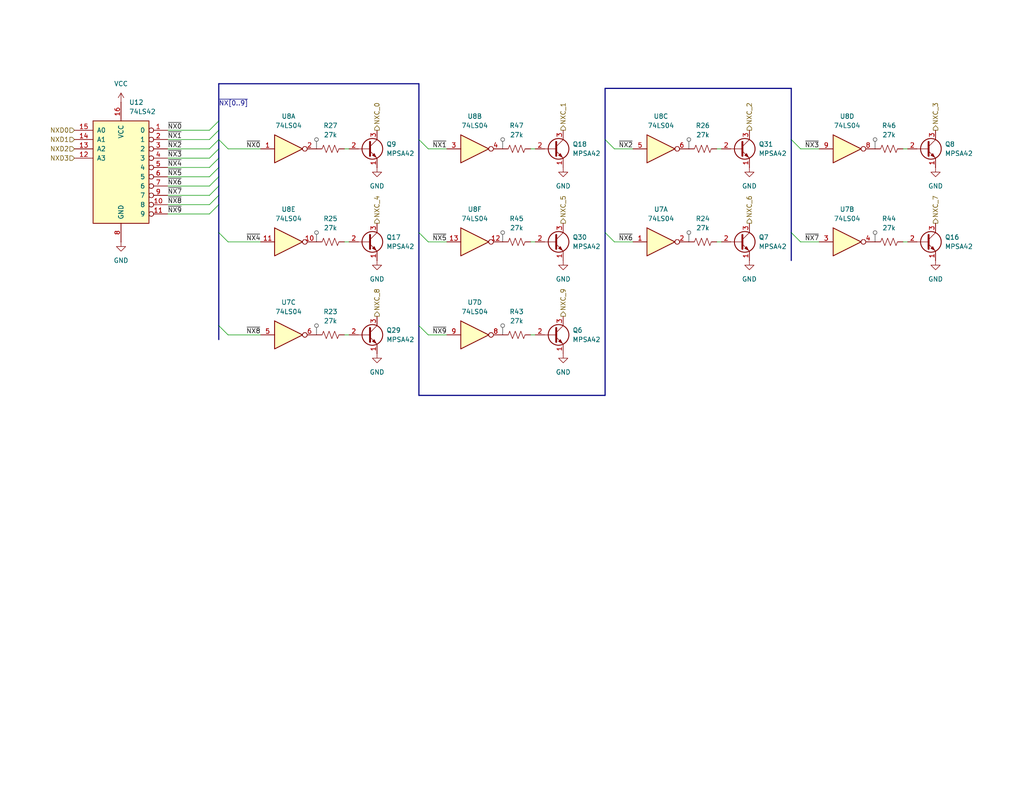
<source format=kicad_sch>
(kicad_sch (version 20250114) (generator "eeschema") (generator_version "9.0")
  (paper "USLetter")
  (title_block (title "TTL Calculator Display Driver") (date "2025-02-14") (rev "A"))
  (lib_symbols
    (symbol "74xx:74LS04"
      (property "Reference" "U" (at 0 1.27 0))
      (property "Value" "74LS04" (at 0 -1.27 0))
      (symbol "74LS04_1_0"
        (polyline (pts (xy -3.81 3.81) (xy -3.81 -3.81) (xy 3.81 0) (xy -3.81 3.81)) (stroke (width 0.254)) (fill (type background)))
        (pin input line (at -7.62 0 0) (length 3.81) (name "~") (number "1"))
        (pin output inverted (at 7.62 0 180) (length 3.81) (name "~") (number "2"))
      )
      (symbol "74LS04_2_0"
        (polyline (pts (xy -3.81 3.81) (xy -3.81 -3.81) (xy 3.81 0) (xy -3.81 3.81)) (stroke (width 0.254)) (fill (type background)))
        (pin input line (at -7.62 0 0) (length 3.81) (name "~") (number "3"))
        (pin output inverted (at 7.62 0 180) (length 3.81) (name "~") (number "4"))
      )
      (symbol "74LS04_3_0"
        (polyline (pts (xy -3.81 3.81) (xy -3.81 -3.81) (xy 3.81 0) (xy -3.81 3.81)) (stroke (width 0.254)) (fill (type background)))
        (pin input line (at -7.62 0 0) (length 3.81) (name "~") (number "5"))
        (pin output inverted (at 7.62 0 180) (length 3.81) (name "~") (number "6"))
      )
      (symbol "74LS04_4_0"
        (polyline (pts (xy -3.81 3.81) (xy -3.81 -3.81) (xy 3.81 0) (xy -3.81 3.81)) (stroke (width 0.254)) (fill (type background)))
        (pin input line (at -7.62 0 0) (length 3.81) (name "~") (number "9"))
        (pin output inverted (at 7.62 0 180) (length 3.81) (name "~") (number "8"))
      )
      (symbol "74LS04_5_0"
        (polyline (pts (xy -3.81 3.81) (xy -3.81 -3.81) (xy 3.81 0) (xy -3.81 3.81)) (stroke (width 0.254)) (fill (type background)))
        (pin input line (at -7.62 0 0) (length 3.81) (name "~") (number "11"))
        (pin output inverted (at 7.62 0 180) (length 3.81) (name "~") (number "10"))
      )
      (symbol "74LS04_6_0"
        (polyline (pts (xy -3.81 3.81) (xy -3.81 -3.81) (xy 3.81 0) (xy -3.81 3.81)) (stroke (width 0.254)) (fill (type background)))
        (pin input line (at -7.62 0 0) (length 3.81) (name "~") (number "13"))
        (pin output inverted (at 7.62 0 180) (length 3.81) (name "~") (number "12"))
      )
      (symbol "74LS04_7_0"
        (pin power_in line (at 0 12.7 270) (length 5.08) (name "VCC") (number "14"))
        (pin power_in line (at 0 -12.7 90) (length 5.08) (name "GND") (number "7"))
      )
      (symbol "74LS04_7_1"
        (rectangle (start -5.08 7.62) (end 5.08 -7.62) (stroke (width 0.254)) (fill (type background)))
      )
    )
    (symbol "74xx:74LS42" (pin_names (offset 1.016))
      (property "Reference" "U" (at -7.62 13.97 0))
      (property "Value" "74LS42" (at -7.62 -16.51 0))
      (symbol "74LS42_1_0"
        (pin input line (at -12.7 10.16 0) (length 5.08) (name "A0") (number "15"))
        (pin input line (at -12.7 7.62 0) (length 5.08) (name "A1") (number "14"))
        (pin input line (at -12.7 5.08 0) (length 5.08) (name "A2") (number "13"))
        (pin input line (at -12.7 2.54 0) (length 5.08) (name "A3") (number "12"))
        (pin power_in line (at 0 17.78 270) (length 5.08) (name "VCC") (number "16"))
        (pin power_in line (at 0 -20.32 90) (length 5.08) (name "GND") (number "8"))
        (pin output inverted (at 12.7 10.16 180) (length 5.08) (name "0") (number "1"))
        (pin output inverted (at 12.7 7.62 180) (length 5.08) (name "1") (number "2"))
        (pin output inverted (at 12.7 5.08 180) (length 5.08) (name "2") (number "3"))
        (pin output inverted (at 12.7 2.54 180) (length 5.08) (name "3") (number "4"))
        (pin output inverted (at 12.7 0 180) (length 5.08) (name "4") (number "5"))
        (pin output inverted (at 12.7 -2.54 180) (length 5.08) (name "5") (number "6"))
        (pin output inverted (at 12.7 -5.08 180) (length 5.08) (name "6") (number "7"))
        (pin output inverted (at 12.7 -7.62 180) (length 5.08) (name "7") (number "9"))
        (pin output inverted (at 12.7 -10.16 180) (length 5.08) (name "8") (number "10"))
        (pin output inverted (at 12.7 -12.7 180) (length 5.08) (name "9") (number "11"))
      )
      (symbol "74LS42_1_1"
        (rectangle (start -7.62 12.7) (end 7.62 -15.24) (stroke (width 0.254)) (fill (type background)))
      )
    )
    (symbol "Device:R_US" (pin_numbers (hide yes)) (pin_names (offset 0))
      (property "Reference" "R" (at 2.54 0 90))
      (property "Value" "R_US" (at -2.54 0 90))
      (symbol "R_US_0_1"
        (polyline (pts (xy 0 2.286) (xy 0 2.54)))
        (polyline (pts (xy 0 2.286) (xy 1.016 1.905) (xy 0 1.524) (xy -1.016 1.143) (xy 0 0.762)))
        (polyline (pts (xy 0 0.762) (xy 1.016 0.381) (xy 0 0) (xy -1.016 -0.381) (xy 0 -0.762)))
        (polyline (pts (xy 0 -0.762) (xy 1.016 -1.143) (xy 0 -1.524) (xy -1.016 -1.905) (xy 0 -2.286)))
        (polyline (pts (xy 0 -2.286) (xy 0 -2.54)))
      )
      (symbol "R_US_1_1"
        (pin passive line (at 0 3.81 270) (length 1.27) (name "~") (number "1"))
        (pin passive line (at 0 -3.81 90) (length 1.27) (name "~") (number "2"))
      )
    )
    (symbol "Transistor_BJT:MPSA42" (pin_names (offset 0) (hide yes))
      (property "Reference" "Q" (at 5.08 1.905 0))
      (property "Value" "MPSA42" (at 5.08 0 0))
      (symbol "MPSA42_0_1"
        (polyline (pts (xy -2.54 0) (xy 0.635 0)))
        (polyline (pts (xy 0.635 1.905) (xy 0.635 -1.905)) (stroke (width 0.508)))
        (circle (center 1.27 0) (radius 2.8194) (stroke (width 0.254)))
      )
      (symbol "MPSA42_1_1"
        (polyline (pts (xy 0.635 0.635) (xy 2.54 2.54)))
        (polyline (pts (xy 0.635 -0.635) (xy 2.54 -2.54)))
        (polyline (pts (xy 1.27 -1.778) (xy 1.778 -1.27) (xy 2.286 -2.286) (xy 1.27 -1.778)) (fill (type outline)))
        (pin input line (at -5.08 0 0) (length 2.54) (name "B") (number "2"))
        (pin passive line (at 2.54 5.08 270) (length 2.54) (name "C") (number "3"))
        (pin passive line (at 2.54 -5.08 90) (length 2.54) (name "E") (number "1"))
      )
    )
    (symbol "power:GND" (power) (pin_numbers (hide yes)) (pin_names (offset 0) (hide yes))
      (property "Value" "GND" (at 0 -3.81 0))
      (symbol "GND_0_1"
        (polyline (pts (xy 0 0) (xy 0 -1.27) (xy 1.27 -1.27) (xy 0 -2.54) (xy -1.27 -1.27) (xy 0 -1.27)))
      )
      (symbol "GND_1_1"
        (pin power_in line (at 0 0 270) (length 0) (name "~") (number "1"))
      )
    )
    (symbol "power:VCC" (power) (pin_numbers (hide yes)) (pin_names (offset 0) (hide yes))
      (property "Value" "VCC" (at 0 3.556 0))
      (symbol "VCC_0_1"
        (polyline (pts (xy -0.762 1.27) (xy 0 2.54)))
        (polyline (pts (xy 0 2.54) (xy 0.762 1.27)))
        (polyline (pts (xy 0 0) (xy 0 2.54)))
      )
      (symbol "VCC_1_1"
        (pin power_in line (at 0 0 90) (length 0) (name "~") (number "1"))
      )
    )
  )
  (bus_entry (at 59.69 63.5) (size 2.54 2.54))
  (bus_entry (at 59.69 35.56) (size -2.54 2.54))
  (bus_entry (at 59.69 53.34) (size -2.54 2.54))
  (bus_entry (at 59.69 43.18) (size -2.54 2.54))
  (bus_entry (at 114.3 88.9) (size 2.54 2.54))
  (bus_entry (at 59.69 55.88) (size -2.54 2.54))
  (bus_entry (at 59.69 38.1) (size -2.54 2.54))
  (bus_entry (at 59.69 48.26) (size -2.54 2.54))
  (bus_entry (at 59.69 38.1) (size 2.54 2.54))
  (bus_entry (at 215.9 63.5) (size 2.54 2.54))
  (bus_entry (at 114.3 63.5) (size 2.54 2.54))
  (bus_entry (at 59.69 40.64) (size -2.54 2.54))
  (bus_entry (at 165.1 38.1) (size 2.54 2.54))
  (bus_entry (at 165.1 63.5) (size 2.54 2.54))
  (bus_entry (at 114.3 38.1) (size 2.54 2.54))
  (bus_entry (at 215.9 38.1) (size 2.54 2.54))
  (bus_entry (at 59.69 88.9) (size 2.54 2.54))
  (bus_entry (at 59.69 45.72) (size -2.54 2.54))
  (bus_entry (at 59.69 50.8) (size -2.54 2.54))
  (bus_entry (at 59.69 33.02) (size -2.54 2.54))
  (bus (pts (xy 114.3 38.1) (xy 114.3 63.5)))
  (bus (pts (xy 59.69 55.88) (xy 59.69 53.34)))
  (wire (pts (xy 144.78 66.04) (xy 146.05 66.04)))
  (wire (pts (xy 116.84 66.04) (xy 121.92 66.04)))
  (wire (pts (xy 45.72 45.72) (xy 57.15 45.72)))
  (bus (pts (xy 165.1 24.13) (xy 215.9 24.13)))
  (bus (pts (xy 59.69 88.9) (xy 59.69 92.71)))
  (wire (pts (xy 246.38 66.04) (xy 247.65 66.04)))
  (wire (pts (xy 45.72 55.88) (xy 57.15 55.88)))
  (wire (pts (xy 195.58 66.04) (xy 196.85 66.04)))
  (wire (pts (xy 218.44 66.04) (xy 223.52 66.04)))
  (wire (pts (xy 167.64 40.64) (xy 172.72 40.64)))
  (wire (pts (xy 116.84 40.64) (xy 121.92 40.64)))
  (bus (pts (xy 114.3 22.86) (xy 114.3 38.1)))
  (wire (pts (xy 195.58 40.64) (xy 196.85 40.64)))
  (wire (pts (xy 167.64 66.04) (xy 172.72 66.04)))
  (bus (pts (xy 165.1 107.95) (xy 165.1 63.5)))
  (bus (pts (xy 59.69 38.1) (xy 59.69 35.56)))
  (wire (pts (xy 62.23 66.04) (xy 71.12 66.04)))
  (wire (pts (xy 93.98 91.44) (xy 95.25 91.44)))
  (wire (pts (xy 246.38 40.64) (xy 247.65 40.64)))
  (bus (pts (xy 59.69 22.86) (xy 59.69 33.02)))
  (wire (pts (xy 45.72 35.56) (xy 57.15 35.56)))
  (bus (pts (xy 59.69 35.56) (xy 59.69 33.02)))
  (bus (pts (xy 59.69 40.64) (xy 59.69 38.1)))
  (bus (pts (xy 165.1 63.5) (xy 165.1 38.1)))
  (wire (pts (xy 45.72 58.42) (xy 57.15 58.42)))
  (bus (pts (xy 59.69 43.18) (xy 59.69 40.64)))
  (wire (pts (xy 45.72 53.34) (xy 57.15 53.34)))
  (wire (pts (xy 62.23 40.64) (xy 71.12 40.64)))
  (bus (pts (xy 59.69 50.8) (xy 59.69 48.26)))
  (bus (pts (xy 59.69 22.86) (xy 114.3 22.86)))
  (wire (pts (xy 45.72 38.1) (xy 57.15 38.1)))
  (wire (pts (xy 93.98 66.04) (xy 95.25 66.04)))
  (bus (pts (xy 215.9 24.13) (xy 215.9 38.1)))
  (wire (pts (xy 45.72 40.64) (xy 57.15 40.64)))
  (bus (pts (xy 59.69 63.5) (xy 59.69 88.9)))
  (bus (pts (xy 114.3 88.9) (xy 114.3 107.95)))
  (bus (pts (xy 215.9 38.1) (xy 215.9 63.5)))
  (bus (pts (xy 59.69 53.34) (xy 59.69 50.8)))
  (bus (pts (xy 165.1 38.1) (xy 165.1 24.13)))
  (wire (pts (xy 45.72 48.26) (xy 57.15 48.26)))
  (wire (pts (xy 218.44 40.64) (xy 223.52 40.64)))
  (wire (pts (xy 144.78 91.44) (xy 146.05 91.44)))
  (bus (pts (xy 114.3 63.5) (xy 114.3 88.9)))
  (bus (pts (xy 114.3 107.95) (xy 165.1 107.95)))
  (wire (pts (xy 62.23 91.44) (xy 71.12 91.44)))
  (wire (pts (xy 45.72 43.18) (xy 57.15 43.18)))
  (bus (pts (xy 59.69 45.72) (xy 59.69 43.18)))
  (wire (pts (xy 93.98 40.64) (xy 95.25 40.64)))
  (bus (pts (xy 59.69 55.88) (xy 59.69 63.5)))
  (wire (pts (xy 144.78 40.64) (xy 146.05 40.64)))
  (bus (pts (xy 215.9 63.5) (xy 215.9 71.12)))
  (wire (pts (xy 45.72 50.8) (xy 57.15 50.8)))
  (bus (pts (xy 59.69 48.26) (xy 59.69 45.72)))
  (wire (pts (xy 116.84 91.44) (xy 121.92 91.44)))
  (label "~{NX4}" (at 71.12 66.04 180))
  (label "~{NX7}" (at 45.72 53.34 0))
  (label "~{NX1}" (at 45.72 38.1 0))
  (label "~{NX0}" (at 45.72 35.56 0))
  (label "~{NX6}" (at 172.72 66.04 180))
  (label "~{NX1}" (at 121.92 40.64 180))
  (label "~{NX4}" (at 45.72 45.72 0))
  (label "~{NX5}" (at 121.92 66.04 180))
  (label "~{NX3}" (at 223.52 40.64 180))
  (label "~{NX[0..9]}" (at 59.69 29.21 0))
  (label "~{NX8}" (at 71.12 91.44 180))
  (label "~{NX9}" (at 121.92 91.44 180))
  (label "~{NX9}" (at 45.72 58.42 0))
  (label "~{NX5}" (at 45.72 48.26 0))
  (label "~{NX2}" (at 172.72 40.64 180))
  (label "~{NX7}" (at 223.52 66.04 180))
  (label "~{NX0}" (at 71.12 40.64 180))
  (label "~{NX8}" (at 45.72 55.88 0))
  (label "~{NX2}" (at 45.72 40.64 0))
  (label "~{NX6}" (at 45.72 50.8 0))
  (label "~{NX3}" (at 45.72 43.18 0))
  (hierarchical_label "NXD0" (shape input) (at 20.32 35.56 180))
  (hierarchical_label "NXC_3" (shape output) (at 255.27 35.56 90))
  (hierarchical_label "NXC_6" (shape output) (at 204.47 60.96 90))
  (hierarchical_label "NXC_8" (shape output) (at 102.87 86.36 90))
  (hierarchical_label "NXC_4" (shape output) (at 102.87 60.96 90))
  (hierarchical_label "NXC_2" (shape output) (at 204.47 35.56 90))
  (hierarchical_label "NXD3" (shape input) (at 20.32 43.18 180))
  (hierarchical_label "NXC_9" (shape output) (at 153.67 86.36 90))
  (hierarchical_label "NXC_0" (shape output) (at 102.87 35.56 90))
  (hierarchical_label "NXD2" (shape input) (at 20.32 40.64 180))
  (hierarchical_label "NXD1" (shape input) (at 20.32 38.1 180))
  (hierarchical_label "NXC_7" (shape output) (at 255.27 60.96 90))
  (hierarchical_label "NXC_5" (shape output) (at 153.67 60.96 90))
  (hierarchical_label "NXC_1" (shape output) (at 153.67 35.56 90))
  (netclass_flag "" (length 2.54) (shape round) (at 238.76 66.04 0) (property "Netclass" "Logic" (effects (hide yes))))
  (netclass_flag "" (length 2.54) (shape round) (at 187.96 40.64 0) (property "Netclass" "Logic" (effects (hide yes))))
  (netclass_flag "" (length 2.54) (shape round) (at 137.16 66.04 0) (property "Netclass" "Logic" (effects (hide yes))))
  (netclass_flag "" (length 2.54) (shape round) (at 86.36 66.04 0) (property "Netclass" "Logic" (effects (hide yes))))
  (netclass_flag "" (length 2.54) (shape round) (at 137.16 40.64 0) (property "Netclass" "Logic" (effects (hide yes))))
  (netclass_flag "" (length 2.54) (shape round) (at 86.36 91.44 0) (property "Netclass" "Logic" (effects (hide yes))))
  (netclass_flag "" (length 2.54) (shape round) (at 238.76 40.64 0) (property "Netclass" "Logic" (effects (hide yes))))
  (netclass_flag "" (length 2.54) (shape round) (at 187.96 66.04 0) (property "Netclass" "Logic" (effects (hide yes))))
  (netclass_flag "" (length 2.54) (shape round) (at 86.36 40.64 0) (property "Netclass" "Logic" (effects (hide yes))))
  (netclass_flag "" (length 2.54) (shape round) (at 137.16 91.44 0) (property "Netclass" "Logic" (effects (hide yes))))
  (symbol (lib_id "74xx:74LS04") (at 78.74 66.04 0) (unit 5)
    (property "Reference" "U8" (at 78.74 57.15 0))
    (property "Value" "74LS04" (at 78.74 59.69 0))
    (property "Footprint" "Package_DIP:DIP-14_W7.62mm" (effects (hide yes)))
    (property "Datasheet" "http://www.ti.com/lit/gpn/sn74LS04" (effects (hide yes)))
    (property "Description" "Hex Inverter" (effects (hide yes)))
  )
  (symbol (lib_id "Device:R_US") (at 191.77 40.64 90) (unit 1)
    (property "Reference" "R26" (at 191.77 34.29 90))
    (property "Value" "27k" (at 191.77 36.83 90))
    (property "Footprint" "Resistor_THT:R_Axial_DIN0207_L6.3mm_D2.5mm_P7.62mm_Horizontal" (effects (hide yes)))
    (property "Description" "Resistor, US symbol" (effects (hide yes)))
  )
  (symbol (lib_id "Device:R_US") (at 90.17 66.04 90) (unit 1)
    (property "Reference" "R25" (at 90.17 59.69 90))
    (property "Value" "27k" (at 90.17 62.23 90))
    (property "Footprint" "Resistor_THT:R_Axial_DIN0207_L6.3mm_D2.5mm_P7.62mm_Horizontal" (effects (hide yes)))
    (property "Description" "Resistor, US symbol" (effects (hide yes)))
  )
  (symbol (lib_id "74xx:74LS42") (at 33.02 45.72 0) (unit 1)
    (property "Reference" "U12" (at 35.2141 27.94 0) (effects (justify left)))
    (property "Value" "74LS42" (at 35.2141 30.48 0) (effects (justify left)))
    (property "Footprint" "Package_DIP:DIP-16_W7.62mm" (effects (hide yes)))
    (property "Datasheet" "http://www.ti.com/lit/gpn/sn74LS42" (effects (hide yes)))
    (property "Description" "4 to 10 line Decoder" (effects (hide yes)))
  )
  (symbol (lib_id "Transistor_BJT:MPSA42") (at 151.13 91.44 0) (unit 1)
    (property "Reference" "Q6" (at 156.21 90.1699 0) (effects (justify left)))
    (property "Value" "MPSA42" (at 156.21 92.7099 0) (effects (justify left)))
    (property "Footprint" "Package_TO_SOT_THT:TO-92_Inline_Wide" (effects (hide yes)))
    (property "Datasheet" "http://www.onsemi.com/pub_link/Collateral/MPSA42-D.PDF" (effects (hide yes)))
    (property "Description" "0.5A Ic, 300V Vce, NPN High Voltage Transistor, TO-92" (effects (hide yes)))
  )
  (symbol (lib_id "Device:R_US") (at 140.97 91.44 90) (unit 1)
    (property "Reference" "R43" (at 140.97 85.09 90))
    (property "Value" "27k" (at 140.97 87.63 90))
    (property "Footprint" "Resistor_THT:R_Axial_DIN0207_L6.3mm_D2.5mm_P7.62mm_Horizontal" (effects (hide yes)))
    (property "Description" "Resistor, US symbol" (effects (hide yes)))
  )
  (symbol (lib_id "Transistor_BJT:MPSA42") (at 201.93 40.64 0) (unit 1)
    (property "Reference" "Q31" (at 207.01 39.3699 0) (effects (justify left)))
    (property "Value" "MPSA42" (at 207.01 41.9099 0) (effects (justify left)))
    (property "Footprint" "Package_TO_SOT_THT:TO-92_Inline_Wide" (effects (hide yes)))
    (property "Datasheet" "http://www.onsemi.com/pub_link/Collateral/MPSA42-D.PDF" (effects (hide yes)))
    (property "Description" "0.5A Ic, 300V Vce, NPN High Voltage Transistor, TO-92" (effects (hide yes)))
  )
  (symbol (lib_id "74xx:74LS04") (at 180.34 66.04 0) (unit 1)
    (property "Reference" "U7" (at 180.34 57.15 0))
    (property "Value" "74LS04" (at 180.34 59.69 0))
    (property "Footprint" "Package_DIP:DIP-14_W7.62mm" (effects (hide yes)))
    (property "Datasheet" "http://www.ti.com/lit/gpn/sn74LS04" (effects (hide yes)))
    (property "Description" "Hex Inverter" (effects (hide yes)))
  )
  (symbol (lib_id "power:GND") (at 255.27 45.72 0) (unit 1)
    (property "Reference" "#PWR045" (effects (hide yes)))
    (property "Value" "GND" (at 255.27 50.8 0))
    (property "Description" "Power symbol creates a global label with name \"GND\" , ground" (effects (hide yes)))
  )
  (symbol (lib_id "Transistor_BJT:MPSA42") (at 252.73 66.04 0) (unit 1)
    (property "Reference" "Q16" (at 257.81 64.7699 0) (effects (justify left)))
    (property "Value" "MPSA42" (at 257.81 67.3099 0) (effects (justify left)))
    (property "Footprint" "Package_TO_SOT_THT:TO-92_Inline_Wide" (effects (hide yes)))
    (property "Datasheet" "http://www.onsemi.com/pub_link/Collateral/MPSA42-D.PDF" (effects (hide yes)))
    (property "Description" "0.5A Ic, 300V Vce, NPN High Voltage Transistor, TO-92" (effects (hide yes)))
  )
  (symbol (lib_id "power:GND") (at 204.47 71.12 0) (unit 1)
    (property "Reference" "#PWR044" (effects (hide yes)))
    (property "Value" "GND" (at 204.47 76.2 0))
    (property "Description" "Power symbol creates a global label with name \"GND\" , ground" (effects (hide yes)))
  )
  (symbol (lib_id "74xx:74LS04") (at 180.34 40.64 0) (unit 3)
    (property "Reference" "U8" (at 180.34 31.75 0))
    (property "Value" "74LS04" (at 180.34 34.29 0))
    (property "Footprint" "Package_DIP:DIP-14_W7.62mm" (effects (hide yes)))
    (property "Datasheet" "http://www.ti.com/lit/gpn/sn74LS04" (effects (hide yes)))
    (property "Description" "Hex Inverter" (effects (hide yes)))
  )
  (symbol (lib_id "Device:R_US") (at 242.57 40.64 90) (unit 1)
    (property "Reference" "R46" (at 242.57 34.29 90))
    (property "Value" "27k" (at 242.57 36.83 90))
    (property "Footprint" "Resistor_THT:R_Axial_DIN0207_L6.3mm_D2.5mm_P7.62mm_Horizontal" (effects (hide yes)))
    (property "Description" "Resistor, US symbol" (effects (hide yes)))
  )
  (symbol (lib_id "74xx:74LS04") (at 78.74 40.64 0) (unit 1)
    (property "Reference" "U8" (at 78.74 31.75 0))
    (property "Value" "74LS04" (at 78.74 34.29 0))
    (property "Footprint" "Package_DIP:DIP-14_W7.62mm" (effects (hide yes)))
    (property "Datasheet" "http://www.ti.com/lit/gpn/sn74LS04" (effects (hide yes)))
    (property "Description" "Hex Inverter" (effects (hide yes)))
  )
  (symbol (lib_id "74xx:74LS04") (at 231.14 40.64 0) (unit 4)
    (property "Reference" "U8" (at 231.14 31.75 0))
    (property "Value" "74LS04" (at 231.14 34.29 0))
    (property "Footprint" "Package_DIP:DIP-14_W7.62mm" (effects (hide yes)))
    (property "Datasheet" "http://www.ti.com/lit/gpn/sn74LS04" (effects (hide yes)))
    (property "Description" "Hex Inverter" (effects (hide yes)))
  )
  (symbol (lib_id "power:GND") (at 153.67 96.52 0) (unit 1)
    (property "Reference" "#PWR042" (effects (hide yes)))
    (property "Value" "GND" (at 153.67 101.6 0))
    (property "Description" "Power symbol creates a global label with name \"GND\" , ground" (effects (hide yes)))
  )
  (symbol (lib_id "power:GND") (at 102.87 45.72 0) (unit 1)
    (property "Reference" "#PWR037" (effects (hide yes)))
    (property "Value" "GND" (at 102.87 50.8 0))
    (property "Description" "Power symbol creates a global label with name \"GND\" , ground" (effects (hide yes)))
  )
  (symbol (lib_id "Device:R_US") (at 90.17 40.64 90) (unit 1)
    (property "Reference" "R27" (at 90.17 34.29 90))
    (property "Value" "27k" (at 90.17 36.83 90))
    (property "Footprint" "Resistor_THT:R_Axial_DIN0207_L6.3mm_D2.5mm_P7.62mm_Horizontal" (effects (hide yes)))
    (property "Description" "Resistor, US symbol" (effects (hide yes)))
  )
  (symbol (lib_id "Transistor_BJT:MPSA42") (at 100.33 40.64 0) (unit 1)
    (property "Reference" "Q9" (at 105.41 39.3699 0) (effects (justify left)))
    (property "Value" "MPSA42" (at 105.41 41.9099 0) (effects (justify left)))
    (property "Footprint" "Package_TO_SOT_THT:TO-92_Inline_Wide" (effects (hide yes)))
    (property "Datasheet" "http://www.onsemi.com/pub_link/Collateral/MPSA42-D.PDF" (effects (hide yes)))
    (property "Description" "0.5A Ic, 300V Vce, NPN High Voltage Transistor, TO-92" (effects (hide yes)))
  )
  (symbol (lib_id "Device:R_US") (at 191.77 66.04 90) (unit 1)
    (property "Reference" "R24" (at 191.77 59.69 90))
    (property "Value" "27k" (at 191.77 62.23 90))
    (property "Footprint" "Resistor_THT:R_Axial_DIN0207_L6.3mm_D2.5mm_P7.62mm_Horizontal" (effects (hide yes)))
    (property "Description" "Resistor, US symbol" (effects (hide yes)))
  )
  (symbol (lib_id "Transistor_BJT:MPSA42") (at 100.33 66.04 0) (unit 1)
    (property "Reference" "Q17" (at 105.41 64.7699 0) (effects (justify left)))
    (property "Value" "MPSA42" (at 105.41 67.3099 0) (effects (justify left)))
    (property "Footprint" "Package_TO_SOT_THT:TO-92_Inline_Wide" (effects (hide yes)))
    (property "Datasheet" "http://www.onsemi.com/pub_link/Collateral/MPSA42-D.PDF" (effects (hide yes)))
    (property "Description" "0.5A Ic, 300V Vce, NPN High Voltage Transistor, TO-92" (effects (hide yes)))
  )
  (symbol (lib_id "power:GND") (at 102.87 71.12 0) (unit 1)
    (property "Reference" "#PWR038" (effects (hide yes)))
    (property "Value" "GND" (at 102.87 76.2 0))
    (property "Description" "Power symbol creates a global label with name \"GND\" , ground" (effects (hide yes)))
  )
  (symbol (lib_id "power:GND") (at 153.67 45.72 0) (unit 1)
    (property "Reference" "#PWR040" (effects (hide yes)))
    (property "Value" "GND" (at 153.67 50.8 0))
    (property "Description" "Power symbol creates a global label with name \"GND\" , ground" (effects (hide yes)))
  )
  (symbol (lib_id "74xx:74LS04") (at 231.14 66.04 0) (unit 2)
    (property "Reference" "U7" (at 231.14 57.15 0))
    (property "Value" "74LS04" (at 231.14 59.69 0))
    (property "Footprint" "Package_DIP:DIP-14_W7.62mm" (effects (hide yes)))
    (property "Datasheet" "http://www.ti.com/lit/gpn/sn74LS04" (effects (hide yes)))
    (property "Description" "Hex Inverter" (effects (hide yes)))
  )
  (symbol (lib_id "power:VCC") (at 33.02 27.94 0) (unit 1)
    (property "Reference" "#PWR035" (effects (hide yes)))
    (property "Value" "VCC" (at 33.02 22.86 0))
    (property "Description" "Power symbol creates a global label with name \"VCC\"" (effects (hide yes)))
  )
  (symbol (lib_id "74xx:74LS04") (at 78.74 91.44 0) (unit 3)
    (property "Reference" "U7" (at 78.74 82.55 0))
    (property "Value" "74LS04" (at 78.74 85.09 0))
    (property "Footprint" "Package_DIP:DIP-14_W7.62mm" (effects (hide yes)))
    (property "Datasheet" "http://www.ti.com/lit/gpn/sn74LS04" (effects (hide yes)))
    (property "Description" "Hex Inverter" (effects (hide yes)))
  )
  (symbol (lib_id "74xx:74LS04") (at 129.54 91.44 0) (unit 4)
    (property "Reference" "U7" (at 129.54 82.55 0))
    (property "Value" "74LS04" (at 129.54 85.09 0))
    (property "Footprint" "Package_DIP:DIP-14_W7.62mm" (effects (hide yes)))
    (property "Datasheet" "http://www.ti.com/lit/gpn/sn74LS04" (effects (hide yes)))
    (property "Description" "Hex Inverter" (effects (hide yes)))
  )
  (symbol (lib_id "power:GND") (at 255.27 71.12 0) (unit 1)
    (property "Reference" "#PWR046" (effects (hide yes)))
    (property "Value" "GND" (at 255.27 76.2 0))
    (property "Description" "Power symbol creates a global label with name \"GND\" , ground" (effects (hide yes)))
  )
  (symbol (lib_id "Transistor_BJT:MPSA42") (at 151.13 66.04 0) (unit 1)
    (property "Reference" "Q30" (at 156.21 64.7699 0) (effects (justify left)))
    (property "Value" "MPSA42" (at 156.21 67.3099 0) (effects (justify left)))
    (property "Footprint" "Package_TO_SOT_THT:TO-92_Inline_Wide" (effects (hide yes)))
    (property "Datasheet" "http://www.onsemi.com/pub_link/Collateral/MPSA42-D.PDF" (effects (hide yes)))
    (property "Description" "0.5A Ic, 300V Vce, NPN High Voltage Transistor, TO-92" (effects (hide yes)))
  )
  (symbol (lib_id "74xx:74LS04") (at 129.54 66.04 0) (unit 6)
    (property "Reference" "U8" (at 129.54 57.15 0))
    (property "Value" "74LS04" (at 129.54 59.69 0))
    (property "Footprint" "Package_DIP:DIP-14_W7.62mm" (effects (hide yes)))
    (property "Datasheet" "http://www.ti.com/lit/gpn/sn74LS04" (effects (hide yes)))
    (property "Description" "Hex Inverter" (effects (hide yes)))
  )
  (symbol (lib_id "Device:R_US") (at 90.17 91.44 90) (unit 1)
    (property "Reference" "R23" (at 90.17 85.09 90))
    (property "Value" "27k" (at 90.17 87.63 90))
    (property "Footprint" "Resistor_THT:R_Axial_DIN0207_L6.3mm_D2.5mm_P7.62mm_Horizontal" (effects (hide yes)))
    (property "Description" "Resistor, US symbol" (effects (hide yes)))
  )
  (symbol (lib_id "power:GND") (at 33.02 66.04 0) (unit 1)
    (property "Reference" "#PWR036" (effects (hide yes)))
    (property "Value" "GND" (at 33.02 71.12 0))
    (property "Description" "Power symbol creates a global label with name \"GND\" , ground" (effects (hide yes)))
  )
  (symbol (lib_id "Transistor_BJT:MPSA42") (at 100.33 91.44 0) (unit 1)
    (property "Reference" "Q29" (at 105.41 90.1699 0) (effects (justify left)))
    (property "Value" "MPSA42" (at 105.41 92.7099 0) (effects (justify left)))
    (property "Footprint" "Package_TO_SOT_THT:TO-92_Inline_Wide" (effects (hide yes)))
    (property "Datasheet" "http://www.onsemi.com/pub_link/Collateral/MPSA42-D.PDF" (effects (hide yes)))
    (property "Description" "0.5A Ic, 300V Vce, NPN High Voltage Transistor, TO-92" (effects (hide yes)))
  )
  (symbol (lib_id "Transistor_BJT:MPSA42") (at 252.73 40.64 0) (unit 1)
    (property "Reference" "Q8" (at 257.81 39.3699 0) (effects (justify left)))
    (property "Value" "MPSA42" (at 257.81 41.9099 0) (effects (justify left)))
    (property "Footprint" "Package_TO_SOT_THT:TO-92_Inline_Wide" (effects (hide yes)))
    (property "Datasheet" "http://www.onsemi.com/pub_link/Collateral/MPSA42-D.PDF" (effects (hide yes)))
    (property "Description" "0.5A Ic, 300V Vce, NPN High Voltage Transistor, TO-92" (effects (hide yes)))
  )
  (symbol (lib_id "power:GND") (at 204.47 45.72 0) (unit 1)
    (property "Reference" "#PWR043" (effects (hide yes)))
    (property "Value" "GND" (at 204.47 50.8 0))
    (property "Description" "Power symbol creates a global label with name \"GND\" , ground" (effects (hide yes)))
  )
  (symbol (lib_id "Device:R_US") (at 140.97 40.64 90) (unit 1)
    (property "Reference" "R47" (at 140.97 34.29 90))
    (property "Value" "27k" (at 140.97 36.83 90))
    (property "Footprint" "Resistor_THT:R_Axial_DIN0207_L6.3mm_D2.5mm_P7.62mm_Horizontal" (effects (hide yes)))
    (property "Description" "Resistor, US symbol" (effects (hide yes)))
  )
  (symbol (lib_id "Transistor_BJT:MPSA42") (at 201.93 66.04 0) (unit 1)
    (property "Reference" "Q7" (at 207.01 64.7699 0) (effects (justify left)))
    (property "Value" "MPSA42" (at 207.01 67.3099 0) (effects (justify left)))
    (property "Footprint" "Package_TO_SOT_THT:TO-92_Inline_Wide" (effects (hide yes)))
    (property "Datasheet" "http://www.onsemi.com/pub_link/Collateral/MPSA42-D.PDF" (effects (hide yes)))
    (property "Description" "0.5A Ic, 300V Vce, NPN High Voltage Transistor, TO-92" (effects (hide yes)))
  )
  (symbol (lib_id "Device:R_US") (at 242.57 66.04 90) (unit 1)
    (property "Reference" "R44" (at 242.57 59.69 90))
    (property "Value" "27k" (at 242.57 62.23 90))
    (property "Footprint" "Resistor_THT:R_Axial_DIN0207_L6.3mm_D2.5mm_P7.62mm_Horizontal" (effects (hide yes)))
    (property "Description" "Resistor, US symbol" (effects (hide yes)))
  )
  (symbol (lib_id "Transistor_BJT:MPSA42") (at 151.13 40.64 0) (unit 1)
    (property "Reference" "Q18" (at 156.21 39.3699 0) (effects (justify left)))
    (property "Value" "MPSA42" (at 156.21 41.9099 0) (effects (justify left)))
    (property "Footprint" "Package_TO_SOT_THT:TO-92_Inline_Wide" (effects (hide yes)))
    (property "Datasheet" "http://www.onsemi.com/pub_link/Collateral/MPSA42-D.PDF" (effects (hide yes)))
    (property "Description" "0.5A Ic, 300V Vce, NPN High Voltage Transistor, TO-92" (effects (hide yes)))
  )
  (symbol (lib_id "Device:R_US") (at 140.97 66.04 90) (unit 1)
    (property "Reference" "R45" (at 140.97 59.69 90))
    (property "Value" "27k" (at 140.97 62.23 90))
    (property "Footprint" "Resistor_THT:R_Axial_DIN0207_L6.3mm_D2.5mm_P7.62mm_Horizontal" (effects (hide yes)))
    (property "Description" "Resistor, US symbol" (effects (hide yes)))
  )
  (symbol (lib_id "power:GND") (at 153.67 71.12 0) (unit 1)
    (property "Reference" "#PWR041" (effects (hide yes)))
    (property "Value" "GND" (at 153.67 76.2 0))
    (property "Description" "Power symbol creates a global label with name \"GND\" , ground" (effects (hide yes)))
  )
  (symbol (lib_id "74xx:74LS04") (at 129.54 40.64 0) (unit 2)
    (property "Reference" "U8" (at 129.54 31.75 0))
    (property "Value" "74LS04" (at 129.54 34.29 0))
    (property "Footprint" "Package_DIP:DIP-14_W7.62mm" (effects (hide yes)))
    (property "Datasheet" "http://www.ti.com/lit/gpn/sn74LS04" (effects (hide yes)))
    (property "Description" "Hex Inverter" (effects (hide yes)))
  )
  (symbol (lib_id "power:GND") (at 102.87 96.52 0) (unit 1)
    (property "Reference" "#PWR039" (effects (hide yes)))
    (property "Value" "GND" (at 102.87 101.6 0))
    (property "Description" "Power symbol creates a global label with name \"GND\" , ground" (effects (hide yes)))
  )
)
</source>
